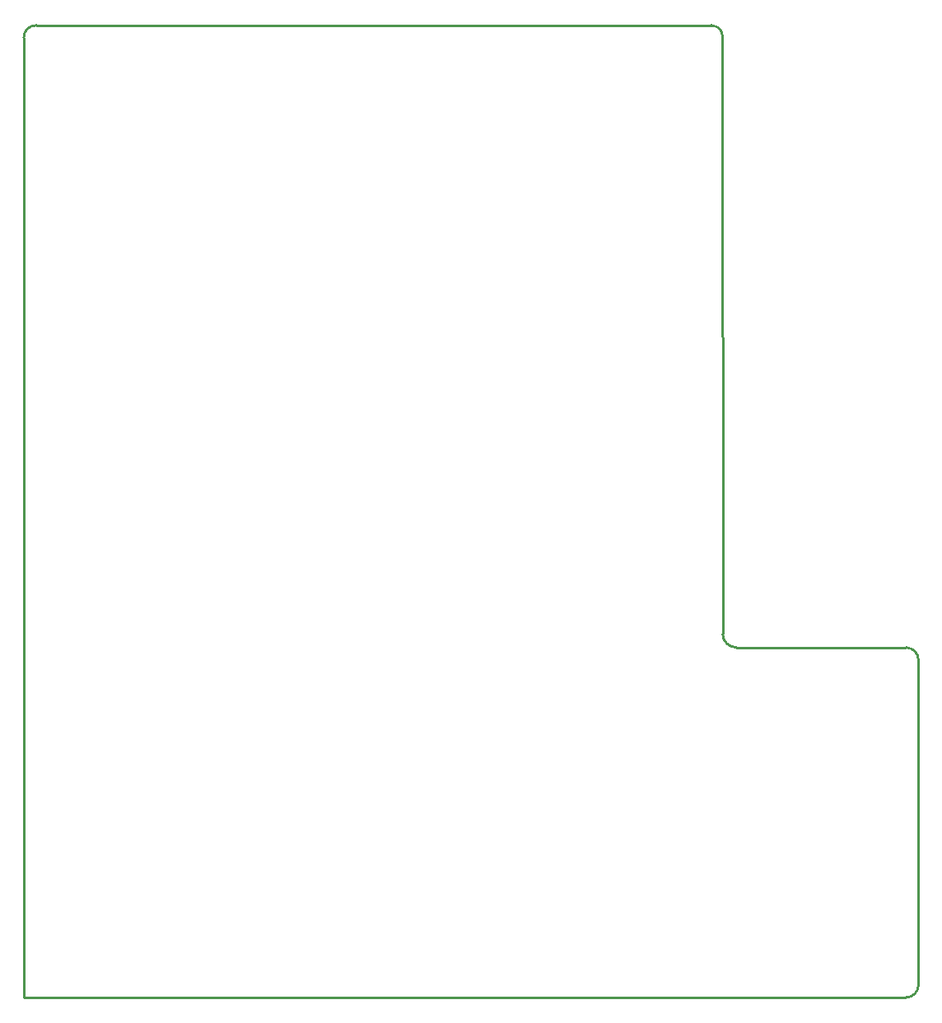
<source format=gko>
G04*
G04 #@! TF.GenerationSoftware,Altium Limited,Altium Designer,22.10.1 (41)*
G04*
G04 Layer_Color=16711935*
%FSLAX44Y44*%
%MOMM*%
G71*
G04*
G04 #@! TF.SameCoordinates,FF558BA5-466A-4189-8B58-D4AB7027BDE0*
G04*
G04*
G04 #@! TF.FilePolarity,Positive*
G04*
G01*
G75*
%ADD19C,0.2540*%
D19*
X907300Y0D02*
G03*
X920000Y12700I0J12700D01*
G01*
Y347300D02*
G03*
X907300Y360000I-12700J0D01*
G01*
X718743Y374047D02*
G03*
X732790Y360000I14047J0D01*
G01*
X718561Y988763D02*
G03*
X707324Y1000000I-11237J0D01*
G01*
X12702D02*
G03*
X0Y987298I0J-12702D01*
G01*
X718561Y988763D02*
G03*
X707324Y1000000I-11237J0D01*
G01*
X718743Y374047D02*
G03*
X732790Y360000I14047J0D01*
G01*
X907300Y0D02*
G03*
X920000Y12700I0J12700D01*
G01*
Y347300D02*
G03*
X907300Y360000I-12700J0D01*
G01*
X12702Y1000000D02*
G03*
X0Y987298I0J-12702D01*
G01*
Y0D02*
Y987298D01*
Y0D02*
X907300D01*
X0D02*
X907300D01*
X920000Y12700D02*
Y347300D01*
X732790Y360000D02*
X907300Y360000D01*
X718561Y988763D02*
X718743Y374047D01*
X12702Y1000000D02*
X707324D01*
X732790Y360000D02*
X907300Y360000D01*
X718561Y988763D02*
X718743Y374047D01*
X920000Y12700D02*
Y347300D01*
X12702Y1000000D02*
X707324D01*
M02*

</source>
